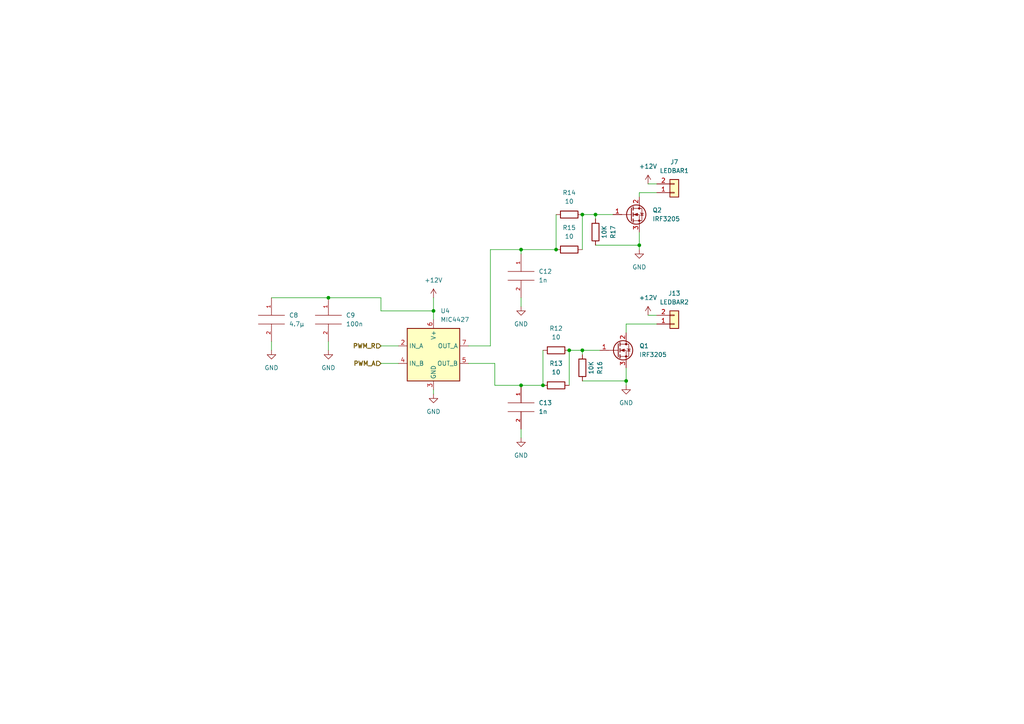
<source format=kicad_sch>
(kicad_sch (version 20211123) (generator eeschema)
  (paper "A4")
  (lib_symbols
    (symbol "Connector_Generic:Conn_01x02" (pin_names (offset 1.016) hide)
      (property "Reference" "J" (at 0 2.54 0))
      (property "Value" "Conn_01x02" (at 0 -5.08 0))
      (symbol "Conn_01x02_1_1"
        (rectangle (start -1.27 -2.413) (end 0 -2.667) (stroke (width 0.1524)))
        (rectangle (start -1.27 0.127) (end 0 -0.127) (stroke (width 0.1524)))
        (rectangle (start -1.27 1.27) (end 1.27 -3.81) (stroke (width 0.254)) (fill (type background)))
        (pin passive line (at -5.08 0 0) (length 3.81) (name "Pin_1") (number "1"))
        (pin passive line (at -5.08 -2.54 0) (length 3.81) (name "Pin_2") (number "2"))
      )
    )
    (symbol "Device:R" (pin_numbers hide) (pin_names (offset 0))
      (property "Reference" "R" (at 2.032 0 90))
      (property "Value" "R" (at 0 0 90))
      (symbol "R_0_1"
        (rectangle (start -1.016 -2.54) (end 1.016 2.54) (stroke (width 0.254)))
      )
      (symbol "R_1_1"
        (pin passive line (at 0 3.81 270) (length 1.27) (name "~") (number "1"))
        (pin passive line (at 0 -3.81 90) (length 1.27) (name "~") (number "2"))
      )
    )
    (symbol "Driver_FET:MIC4427"
      (property "Reference" "U" (at -7.62 8.89 0))
      (property "Value" "MIC4427" (at 1.27 8.89 0))
      (symbol "MIC4427_0_1"
        (rectangle (start -7.62 -7.62) (end 7.62 7.62) (stroke (width 0.254)) (fill (type background)))
      )
      (symbol "MIC4427_1_1"
        (pin no_connect line (at -7.62 0 0) (length 2.54) hide (name "NC") (number "1"))
        (pin input line (at -10.16 2.54 0) (length 2.54) (name "IN_A") (number "2"))
        (pin power_in line (at 0 -10.16 90) (length 2.54) (name "GND") (number "3"))
        (pin input line (at -10.16 -2.54 0) (length 2.54) (name "IN_B") (number "4"))
        (pin output line (at 10.16 -2.54 180) (length 2.54) (name "OUT_B") (number "5"))
        (pin power_in line (at 0 10.16 270) (length 2.54) (name "V+") (number "6"))
        (pin output line (at 10.16 2.54 180) (length 2.54) (name "OUT_A") (number "7"))
        (pin no_connect line (at 7.62 0 180) (length 2.54) hide (name "NC") (number "8"))
      )
    )
    (symbol "Transistor_FET:IRF3205" (pin_names hide)
      (property "Reference" "Q" (at 6.35 1.905 0))
      (property "Value" "IRF3205" (at 6.35 0 0))
      (symbol "IRF3205_0_1"
        (polyline (pts (xy 0.254 0) (xy -2.54 0)))
        (polyline (pts (xy 0.254 1.905) (xy 0.254 -1.905)) (stroke (width 0.254)))
        (polyline (pts (xy 0.762 -1.27) (xy 0.762 -2.286)) (stroke (width 0.254)))
        (polyline (pts (xy 0.762 0.508) (xy 0.762 -0.508)) (stroke (width 0.254)))
        (polyline (pts (xy 0.762 2.286) (xy 0.762 1.27)) (stroke (width 0.254)))
        (polyline (pts (xy 2.54 2.54) (xy 2.54 1.778)))
        (polyline (pts (xy 2.54 -2.54) (xy 2.54 0) (xy 0.762 0)))
        (polyline (pts (xy 0.762 -1.778) (xy 3.302 -1.778) (xy 3.302 1.778) (xy 0.762 1.778)))
        (polyline (pts (xy 1.016 0) (xy 2.032 0.381) (xy 2.032 -0.381) (xy 1.016 0)) (fill (type outline)))
        (polyline (pts (xy 2.794 0.508) (xy 2.921 0.381) (xy 3.683 0.381) (xy 3.81 0.254)))
        (polyline (pts (xy 3.302 0.381) (xy 2.921 -0.254) (xy 3.683 -0.254) (xy 3.302 0.381)))
        (circle (center 1.651 0) (radius 2.794) (stroke (width 0.254)))
        (circle (center 2.54 -1.778) (radius 0.254) (fill (type outline)))
        (circle (center 2.54 1.778) (radius 0.254) (fill (type outline)))
      )
      (symbol "IRF3205_1_1"
        (pin input line (at -5.08 0 0) (length 2.54) (name "G") (number "1"))
        (pin passive line (at 2.54 5.08 270) (length 2.54) (name "D") (number "2"))
        (pin passive line (at 2.54 -5.08 90) (length 2.54) (name "S") (number "3"))
      )
    )
    (symbol "power:+12V" (power) (pin_names (offset 0))
      (property "Value" "+12V" (at 0 3.556 0))
      (symbol "+12V_0_1"
        (polyline (pts (xy -0.762 1.27) (xy 0 2.54)))
        (polyline (pts (xy 0 0) (xy 0 2.54)))
        (polyline (pts (xy 0 2.54) (xy 0.762 1.27)))
      )
      (symbol "+12V_1_1"
        (pin power_in line (at 0 0 90) (length 0) hide (name "+12V") (number "1"))
      )
    )
    (symbol "power:GND" (power) (pin_names (offset 0))
      (property "Value" "GND" (at 0 -3.81 0))
      (symbol "GND_0_1"
        (polyline (pts (xy 0 0) (xy 0 -1.27) (xy 1.27 -1.27) (xy 0 -2.54) (xy -1.27 -1.27) (xy 0 -1.27)))
      )
      (symbol "GND_1_1"
        (pin power_in line (at 0 0 270) (length 0) hide (name "GND") (number "1"))
      )
    )
    (symbol "pspice:CAP" (pin_names (offset 0.254))
      (property "Reference" "C" (at 2.54 3.81 90))
      (property "Value" "CAP" (at 2.54 -3.81 90))
      (symbol "CAP_0_1"
        (polyline (pts (xy -3.81 -1.27) (xy 3.81 -1.27)))
        (polyline (pts (xy -3.81 1.27) (xy 3.81 1.27)))
      )
      (symbol "CAP_1_1"
        (pin passive line (at 0 6.35 270) (length 5.08) (name "~") (number "1"))
        (pin passive line (at 0 -6.35 90) (length 5.08) (name "~") (number "2"))
      )
    )
  )
  (junction (at 95.25 86.36))
  (junction (at 161.29 72.39))
  (junction (at 168.91 62.23))
  (junction (at 172.72 62.23))
  (junction (at 165.1 101.6))
  (junction (at 181.61 110.49))
  (junction (at 151.13 111.76))
  (junction (at 157.48 111.76))
  (junction (at 185.42 71.12))
  (junction (at 151.13 72.39))
  (junction (at 125.73 90.17))
  (junction (at 168.91 101.6))
  (wire (pts (xy 110.49 90.17) (xy 125.73 90.17)))
  (wire (pts (xy 95.25 86.36) (xy 110.49 86.36)))
  (wire (pts (xy 161.29 62.23) (xy 161.29 72.39)))
  (wire (pts (xy 181.61 110.49) (xy 181.61 111.76)))
  (wire (pts (xy 135.89 100.33) (xy 142.24 100.33)))
  (wire (pts (xy 168.91 102.87) (xy 168.91 101.6)))
  (wire (pts (xy 181.61 93.98) (xy 181.61 96.52)))
  (wire (pts (xy 125.73 114.3) (xy 125.73 113.03)))
  (wire (pts (xy 165.1 101.6) (xy 165.1 111.76)))
  (wire (pts (xy 168.91 62.23) (xy 168.91 72.39)))
  (wire (pts (xy 142.24 100.33) (xy 142.24 72.39)))
  (wire (pts (xy 157.48 101.6) (xy 157.48 111.76)))
  (wire (pts (xy 95.25 99.06) (xy 95.25 101.6)))
  (wire (pts (xy 78.74 86.36) (xy 95.25 86.36)))
  (wire (pts (xy 110.49 105.41) (xy 115.57 105.41)))
  (wire (pts (xy 78.74 99.06) (xy 78.74 101.6)))
  (wire (pts (xy 143.51 105.41) (xy 143.51 111.76)))
  (wire (pts (xy 185.42 71.12) (xy 185.42 72.39)))
  (wire (pts (xy 135.89 105.41) (xy 143.51 105.41)))
  (wire (pts (xy 172.72 63.5) (xy 172.72 62.23)))
  (wire (pts (xy 190.5 55.88) (xy 185.42 55.88)))
  (wire (pts (xy 151.13 72.39) (xy 151.13 73.66)))
  (wire (pts (xy 168.91 110.49) (xy 181.61 110.49)))
  (wire (pts (xy 165.1 101.6) (xy 168.91 101.6)))
  (wire (pts (xy 187.96 91.44) (xy 190.5 91.44)))
  (wire (pts (xy 151.13 111.76) (xy 157.48 111.76)))
  (wire (pts (xy 125.73 86.36) (xy 125.73 90.17)))
  (wire (pts (xy 151.13 86.36) (xy 151.13 88.9)))
  (wire (pts (xy 143.51 111.76) (xy 151.13 111.76)))
  (wire (pts (xy 172.72 71.12) (xy 185.42 71.12)))
  (wire (pts (xy 168.91 62.23) (xy 172.72 62.23)))
  (wire (pts (xy 151.13 72.39) (xy 161.29 72.39)))
  (wire (pts (xy 187.96 53.34) (xy 190.5 53.34)))
  (wire (pts (xy 151.13 124.46) (xy 151.13 127)))
  (wire (pts (xy 168.91 101.6) (xy 173.99 101.6)))
  (wire (pts (xy 181.61 106.68) (xy 181.61 110.49)))
  (wire (pts (xy 185.42 67.31) (xy 185.42 71.12)))
  (wire (pts (xy 185.42 55.88) (xy 185.42 57.15)))
  (wire (pts (xy 110.49 100.33) (xy 115.57 100.33)))
  (wire (pts (xy 142.24 72.39) (xy 151.13 72.39)))
  (wire (pts (xy 125.73 90.17) (xy 125.73 92.71)))
  (wire (pts (xy 190.5 93.98) (xy 181.61 93.98)))
  (wire (pts (xy 172.72 62.23) (xy 177.8 62.23)))
  (wire (pts (xy 110.49 86.36) (xy 110.49 90.17)))
  (hierarchical_label "PWM_R" (shape input) (at 110.49 100.33 180) (effects (font bold)))
  (hierarchical_label "PWM_A" (shape input) (at 110.49 105.41 180) (effects (font bold)))
  (symbol (lib_id "Connector_Generic:Conn_01x02") (at 195.58 55.88 0) (mirror x) (unit 1)
    (property "Reference" "J7" (at 195.58 46.99 0))
    (property "Value" "LEDBAR1" (at 195.58 49.53 0))
    (property "Footprint" "TerminalBlock:TerminalBlock_bornier-2_P5.08mm" (effects hide))
  )
  (symbol (lib_id "pspice:CAP") (at 151.13 118.11 0) (unit 1)
    (property "Reference" "C13" (at 156.21 116.8399 0) (effects (justify left)))
    (property "Value" "1n" (at 156.21 119.3799 0) (effects (justify left)))
    (property "Footprint" "Capacitor_SMD:C_0201_0603Metric" (effects hide))
  )
  (symbol (lib_id "power:GND") (at 95.25 101.6 0) (unit 1)
    (property "Reference" "#PWR0125" (effects hide))
    (property "Value" "GND" (at 95.25 106.68 0))
  )
  (symbol (lib_id "Device:R") (at 168.91 106.68 0) (unit 1)
    (property "Reference" "R16" (at 173.99 106.68 90))
    (property "Value" "10K" (at 171.45 106.68 90))
    (property "Footprint" "Resistor_SMD:R_0201_0603Metric" (effects hide))
  )
  (symbol (lib_id "power:GND") (at 151.13 127 0) (unit 1)
    (property "Reference" "#PWR0120" (effects hide))
    (property "Value" "GND" (at 151.13 132.08 0))
  )
  (symbol (lib_id "power:+12V") (at 125.73 86.36 0) (unit 1)
    (property "Reference" "#PWR0123" (effects hide))
    (property "Value" "+12V" (at 125.73 81.28 0))
  )
  (symbol (lib_id "pspice:CAP") (at 95.25 92.71 0) (unit 1)
    (property "Reference" "C9" (at 100.33 91.4399 0) (effects (justify left)))
    (property "Value" "100n" (at 100.33 93.9799 0) (effects (justify left)))
    (property "Footprint" "Capacitor_SMD:C_0201_0603Metric" (effects hide))
  )
  (symbol (lib_id "Device:R") (at 161.29 101.6 90) (unit 1)
    (property "Reference" "R12" (at 161.29 95.25 90))
    (property "Value" "10" (at 161.29 97.79 90))
    (property "Footprint" "Resistor_SMD:R_0201_0603Metric" (effects hide))
  )
  (symbol (lib_id "power:GND") (at 125.73 114.3 0) (unit 1)
    (property "Reference" "#PWR0122" (effects hide))
    (property "Value" "GND" (at 125.73 119.38 0))
  )
  (symbol (lib_id "pspice:CAP") (at 151.13 80.01 0) (unit 1)
    (property "Reference" "C12" (at 156.21 78.7399 0) (effects (justify left)))
    (property "Value" "1n" (at 156.21 81.2799 0) (effects (justify left)))
    (property "Footprint" "Capacitor_SMD:C_0201_0603Metric" (effects hide))
  )
  (symbol (lib_id "power:+12V") (at 187.96 91.44 0) (unit 1)
    (property "Reference" "#PWR0118" (effects hide))
    (property "Value" "+12V" (at 187.96 86.36 0))
  )
  (symbol (lib_id "power:GND") (at 78.74 101.6 0) (unit 1)
    (property "Reference" "#PWR0124" (effects hide))
    (property "Value" "GND" (at 78.74 106.68 0))
  )
  (symbol (lib_id "Device:R") (at 165.1 62.23 90) (unit 1)
    (property "Reference" "R14" (at 165.1 55.88 90))
    (property "Value" "10" (at 165.1 58.42 90))
    (property "Footprint" "Resistor_SMD:R_0201_0603Metric" (effects hide))
  )
  (symbol (lib_id "power:GND") (at 185.42 72.39 0) (unit 1)
    (property "Reference" "#PWR0113" (effects hide))
    (property "Value" "GND" (at 185.42 77.47 0))
  )
  (symbol (lib_id "Driver_FET:MIC4427") (at 125.73 102.87 0) (unit 1)
    (property "Reference" "U4" (at 127.7494 90.17 0) (effects (justify left)))
    (property "Value" "MIC4427" (at 127.7494 92.71 0) (effects (justify left)))
    (property "Footprint" "Package_SO:SOIC-8_3.9x4.9mm_P1.27mm" (effects hide))
    (property "Datasheet" "http://ww1.microchip.com/downloads/en/DeviceDoc/mic4426.pdf" (effects hide))
  )
  (symbol (lib_id "Transistor_FET:IRF3205") (at 182.88 62.23 0) (unit 1)
    (property "Reference" "Q2" (at 189.23 60.9599 0) (effects (justify left)))
    (property "Value" "IRF3205" (at 189.23 63.4999 0) (effects (justify left)))
    (property "Footprint" "Package_TO_SOT_THT:TO-220-3_Vertical" (effects hide))
    (property "Datasheet" "http://www.irf.com/product-info/datasheets/data/irf3205.pdf" (effects hide))
  )
  (symbol (lib_id "power:+12V") (at 187.96 53.34 0) (unit 1)
    (property "Reference" "#PWR0119" (effects hide))
    (property "Value" "+12V" (at 187.96 48.26 0))
  )
  (symbol (lib_id "Connector_Generic:Conn_01x02") (at 195.58 93.98 0) (mirror x) (unit 1)
    (property "Reference" "J13" (at 195.58 85.09 0))
    (property "Value" "LEDBAR2" (at 195.58 87.63 0))
    (property "Footprint" "TerminalBlock:TerminalBlock_bornier-2_P5.08mm" (effects hide))
  )
  (symbol (lib_id "Device:R") (at 161.29 111.76 90) (unit 1)
    (property "Reference" "R13" (at 161.29 105.41 90))
    (property "Value" "10" (at 161.29 107.95 90))
    (property "Footprint" "Resistor_SMD:R_0201_0603Metric" (effects hide))
  )
  (symbol (lib_id "power:GND") (at 151.13 88.9 0) (unit 1)
    (property "Reference" "#PWR0121" (effects hide))
    (property "Value" "GND" (at 151.13 93.98 0))
  )
  (symbol (lib_id "Device:R") (at 172.72 67.31 0) (unit 1)
    (property "Reference" "R17" (at 177.8 67.31 90))
    (property "Value" "10K" (at 175.26 67.31 90))
    (property "Footprint" "Resistor_SMD:R_0201_0603Metric" (effects hide))
  )
  (symbol (lib_id "power:GND") (at 181.61 111.76 0) (unit 1)
    (property "Reference" "#PWR0126" (effects hide))
    (property "Value" "GND" (at 181.61 116.84 0))
  )
  (symbol (lib_id "pspice:CAP") (at 78.74 92.71 0) (unit 1)
    (property "Reference" "C8" (at 83.82 91.4399 0) (effects (justify left)))
    (property "Value" "4.7µ" (at 83.82 93.9799 0) (effects (justify left)))
    (property "Footprint" "Capacitor_SMD:C_0805_2012Metric" (effects hide))
  )
  (symbol (lib_id "Transistor_FET:IRF3205") (at 179.07 101.6 0) (unit 1)
    (property "Reference" "Q1" (at 185.42 100.3299 0) (effects (justify left)))
    (property "Value" "IRF3205" (at 185.42 102.8699 0) (effects (justify left)))
    (property "Footprint" "Package_TO_SOT_THT:TO-220-3_Vertical" (effects hide))
    (property "Datasheet" "http://www.irf.com/product-info/datasheets/data/irf3205.pdf" (effects hide))
  )
  (symbol (lib_id "Device:R") (at 165.1 72.39 90) (unit 1)
    (property "Reference" "R15" (at 165.1 66.04 90))
    (property "Value" "10" (at 165.1 68.58 90))
    (property "Footprint" "Resistor_SMD:R_0201_0603Metric" (effects hide))
  )
)
</source>
